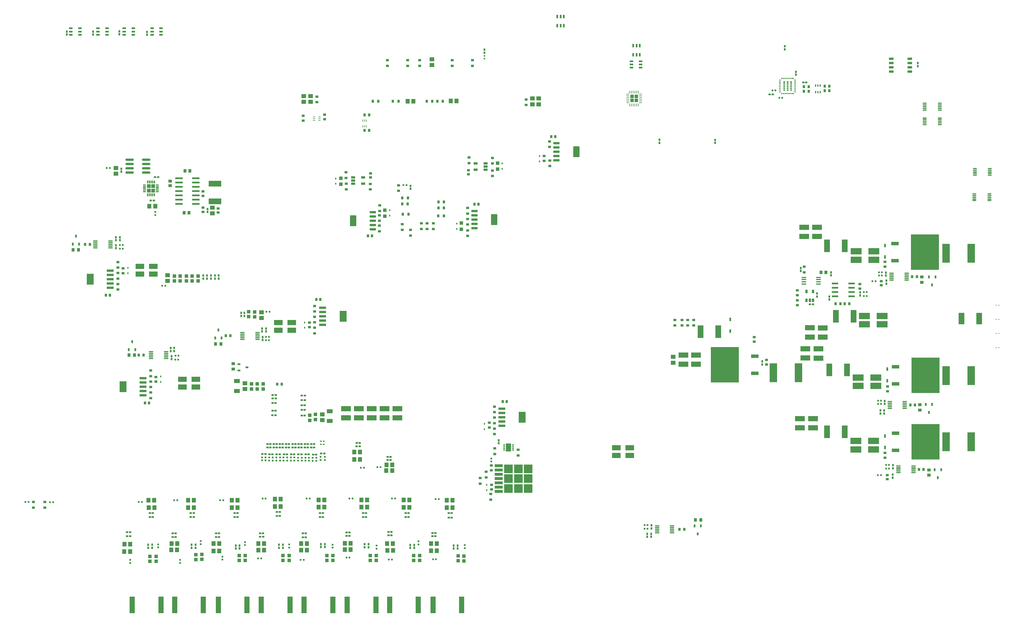
<source format=gbp>
G04*
G04 #@! TF.GenerationSoftware,Altium Limited,Altium Designer,20.2.6 (244)*
G04*
G04 Layer_Color=128*
%FSLAX25Y25*%
%MOIN*%
G70*
G04*
G04 #@! TF.SameCoordinates,C0FDDEC0-252B-4CE6-8BE1-5BCEE630C73E*
G04*
G04*
G04 #@! TF.FilePolarity,Positive*
G04*
G01*
G75*
%ADD39R,0.02598X0.02441*%
%ADD40R,0.02441X0.02598*%
%ADD42R,0.03543X0.02953*%
%ADD46R,0.03543X0.02756*%
%ADD47R,0.03740X0.03150*%
%ADD53R,0.03150X0.03740*%
%ADD56R,0.02362X0.02165*%
%ADD58R,0.02600X0.00900*%
%ADD59R,0.06299X0.19291*%
%ADD65R,0.04528X0.05512*%
%ADD68R,0.03937X0.04134*%
%ADD73R,0.02165X0.01772*%
%ADD77R,0.02323X0.02441*%
%ADD92R,0.02441X0.02323*%
%ADD98R,0.03740X0.02362*%
%ADD99R,0.02953X0.03543*%
%ADD102R,0.05512X0.04528*%
%ADD107R,0.03937X0.03543*%
%ADD109R,0.00100X0.00100*%
%ADD110R,0.02756X0.03543*%
%ADD111R,0.02165X0.02362*%
%ADD115R,0.03543X0.03937*%
%ADD116R,0.02362X0.03740*%
G04:AMPARAMS|DCode=296|XSize=43.31mil|YSize=23.62mil|CornerRadius=2.01mil|HoleSize=0mil|Usage=FLASHONLY|Rotation=90.000|XOffset=0mil|YOffset=0mil|HoleType=Round|Shape=RoundedRectangle|*
%AMROUNDEDRECTD296*
21,1,0.04331,0.01961,0,0,90.0*
21,1,0.03929,0.02362,0,0,90.0*
1,1,0.00402,0.00980,0.01965*
1,1,0.00402,0.00980,-0.01965*
1,1,0.00402,-0.00980,-0.01965*
1,1,0.00402,-0.00980,0.01965*
%
%ADD296ROUNDEDRECTD296*%
%ADD297R,0.10000X0.06100*%
%ADD298R,0.07800X0.02200*%
%ADD299R,0.05315X0.01575*%
%ADD300R,0.03543X0.04134*%
%ADD301R,0.12800X0.07500*%
%ADD302O,0.05315X0.01181*%
%ADD303R,0.07008X0.13780*%
%ADD304R,0.01968X0.03937*%
%ADD305R,0.00900X0.02600*%
%ADD306R,0.03740X0.02953*%
%ADD307R,0.02559X0.02165*%
%ADD308R,0.02559X0.02165*%
%ADD309R,0.02559X0.02165*%
%ADD310R,0.02559X0.02165*%
%ADD311R,0.09000X0.02400*%
%ADD312R,0.14567X0.06890*%
%ADD313R,0.04134X0.03543*%
%ADD314R,0.04331X0.04331*%
%ADD315R,0.32677X0.41732*%
%ADD316R,0.08661X0.04134*%
%ADD317R,0.11811X0.06496*%
%ADD318R,0.09055X0.22047*%
%ADD319R,0.02365X0.04375*%
%ADD320R,0.01417X0.00984*%
%ADD321R,0.09252X0.03543*%
%ADD324O,0.03740X0.00984*%
%ADD325O,0.00984X0.03740*%
%ADD327R,0.01181X0.01772*%
%ADD328R,0.01772X0.01181*%
%ADD329R,0.05709X0.02559*%
%ADD330R,0.06890X0.14567*%
G04:AMPARAMS|DCode=331|XSize=11.81mil|YSize=53.15mil|CornerRadius=1.95mil|HoleSize=0mil|Usage=FLASHONLY|Rotation=90.000|XOffset=0mil|YOffset=0mil|HoleType=Round|Shape=RoundedRectangle|*
%AMROUNDEDRECTD331*
21,1,0.01181,0.04925,0,0,90.0*
21,1,0.00791,0.05315,0,0,90.0*
1,1,0.00390,0.02463,0.00396*
1,1,0.00390,0.02463,-0.00396*
1,1,0.00390,-0.02463,-0.00396*
1,1,0.00390,-0.02463,0.00396*
%
%ADD331ROUNDEDRECTD331*%
G04:AMPARAMS|DCode=332|XSize=25.59mil|YSize=47.24mil|CornerRadius=1.92mil|HoleSize=0mil|Usage=FLASHONLY|Rotation=270.000|XOffset=0mil|YOffset=0mil|HoleType=Round|Shape=RoundedRectangle|*
%AMROUNDEDRECTD332*
21,1,0.02559,0.04341,0,0,270.0*
21,1,0.02175,0.04724,0,0,270.0*
1,1,0.00384,-0.02170,-0.01088*
1,1,0.00384,-0.02170,0.01088*
1,1,0.00384,0.02170,0.01088*
1,1,0.00384,0.02170,-0.01088*
%
%ADD332ROUNDEDRECTD332*%
G04:AMPARAMS|DCode=333|XSize=124.02mil|YSize=70.87mil|CornerRadius=2.13mil|HoleSize=0mil|Usage=FLASHONLY|Rotation=90.000|XOffset=0mil|YOffset=0mil|HoleType=Round|Shape=RoundedRectangle|*
%AMROUNDEDRECTD333*
21,1,0.12402,0.06661,0,0,90.0*
21,1,0.11976,0.07087,0,0,90.0*
1,1,0.00425,0.03331,0.05988*
1,1,0.00425,0.03331,-0.05988*
1,1,0.00425,-0.03331,-0.05988*
1,1,0.00425,-0.03331,0.05988*
%
%ADD333ROUNDEDRECTD333*%
G04:AMPARAMS|DCode=334|XSize=23.62mil|YSize=70.87mil|CornerRadius=2.01mil|HoleSize=0mil|Usage=FLASHONLY|Rotation=90.000|XOffset=0mil|YOffset=0mil|HoleType=Round|Shape=RoundedRectangle|*
%AMROUNDEDRECTD334*
21,1,0.02362,0.06685,0,0,90.0*
21,1,0.01961,0.07087,0,0,90.0*
1,1,0.00402,0.03343,0.00980*
1,1,0.00402,0.03343,-0.00980*
1,1,0.00402,-0.03343,-0.00980*
1,1,0.00402,-0.03343,0.00980*
%
%ADD334ROUNDEDRECTD334*%
%ADD335R,0.01575X0.02165*%
G04:AMPARAMS|DCode=336|XSize=23.62mil|YSize=82.68mil|CornerRadius=2.01mil|HoleSize=0mil|Usage=FLASHONLY|Rotation=90.000|XOffset=0mil|YOffset=0mil|HoleType=Round|Shape=RoundedRectangle|*
%AMROUNDEDRECTD336*
21,1,0.02362,0.07866,0,0,90.0*
21,1,0.01961,0.08268,0,0,90.0*
1,1,0.00402,0.03933,0.00980*
1,1,0.00402,0.03933,-0.00980*
1,1,0.00402,-0.03933,-0.00980*
1,1,0.00402,-0.03933,0.00980*
%
%ADD336ROUNDEDRECTD336*%
G04:AMPARAMS|DCode=337|XSize=125.98mil|YSize=82.68mil|CornerRadius=2.07mil|HoleSize=0mil|Usage=FLASHONLY|Rotation=90.000|XOffset=0mil|YOffset=0mil|HoleType=Round|Shape=RoundedRectangle|*
%AMROUNDEDRECTD337*
21,1,0.12598,0.07854,0,0,90.0*
21,1,0.12185,0.08268,0,0,90.0*
1,1,0.00413,0.03927,0.06093*
1,1,0.00413,0.03927,-0.06093*
1,1,0.00413,-0.03927,-0.06093*
1,1,0.00413,-0.03927,0.06093*
%
%ADD337ROUNDEDRECTD337*%
%ADD338R,0.03937X0.01968*%
%ADD339R,0.06378X0.09370*%
%ADD340R,0.02165X0.01378*%
%ADD341R,0.03937X0.04331*%
%ADD342R,0.01772X0.02953*%
%ADD343O,0.09843X0.02756*%
%ADD344R,0.01181X0.03562*%
%ADD345R,0.03562X0.01181*%
%ADD347R,0.08465X0.12598*%
%ADD348R,0.08465X0.02756*%
%ADD349R,0.06890X0.04528*%
%ADD395R,0.10354X0.10354*%
%ADD396R,0.04252X0.04252*%
%ADD397R,0.02362X0.01181*%
G36*
X159234Y598205D02*
Y593874D01*
X154903D01*
Y598205D01*
X159234D01*
D02*
G37*
G36*
Y603323D02*
Y598992D01*
X154903D01*
Y603323D01*
X159234D01*
D02*
G37*
G36*
X164352Y598205D02*
Y593874D01*
X160022D01*
Y598205D01*
X164352D01*
D02*
G37*
G36*
Y603323D02*
Y598992D01*
X160022D01*
Y603323D01*
X164352D01*
D02*
G37*
D39*
X932532Y463000D02*
D03*
X929068D02*
D03*
X167926Y611655D02*
D03*
X164462D02*
D03*
X159426Y584347D02*
D03*
X162891D02*
D03*
X924758Y722504D02*
D03*
X921294D02*
D03*
X882039Y708584D02*
D03*
X885503D02*
D03*
X358471Y288603D02*
D03*
X361935D02*
D03*
X435941Y284634D02*
D03*
X439405D02*
D03*
X403240Y297228D02*
D03*
X399775D02*
D03*
X435831Y280972D02*
D03*
X439296D02*
D03*
X403313Y300995D02*
D03*
X399849D02*
D03*
X348834Y287575D02*
D03*
X352299D02*
D03*
X340186Y287600D02*
D03*
X343650D02*
D03*
X331733Y287616D02*
D03*
X335197D02*
D03*
X323302Y287680D02*
D03*
X326766D02*
D03*
X314893D02*
D03*
X318358D02*
D03*
X306457Y287764D02*
D03*
X309922D02*
D03*
X297990Y287719D02*
D03*
X301455D02*
D03*
X289731Y287968D02*
D03*
X293195D02*
D03*
X491733Y195771D02*
D03*
X488269D02*
D03*
X440365Y193251D02*
D03*
X436901D02*
D03*
X391377Y192471D02*
D03*
X387912D02*
D03*
X340429Y195339D02*
D03*
X336965D02*
D03*
X290484Y195551D02*
D03*
X287020D02*
D03*
X239094Y191012D02*
D03*
X235630D02*
D03*
X188428Y191055D02*
D03*
X184964D02*
D03*
X135201Y196661D02*
D03*
X131736D02*
D03*
X507287Y219028D02*
D03*
X510752D02*
D03*
X456866Y218976D02*
D03*
X460331D02*
D03*
X407224Y219098D02*
D03*
X410689D02*
D03*
X356913Y214571D02*
D03*
X360378D02*
D03*
X306594Y215634D02*
D03*
X310059D02*
D03*
X257169Y219063D02*
D03*
X260634D02*
D03*
X206098Y214535D02*
D03*
X209562D02*
D03*
X158276D02*
D03*
X161740D02*
D03*
X491684Y191957D02*
D03*
X488220D02*
D03*
X440404Y197204D02*
D03*
X436939D02*
D03*
X391469Y196351D02*
D03*
X388005D02*
D03*
X340429Y190681D02*
D03*
X336965D02*
D03*
X290577Y191485D02*
D03*
X287112D02*
D03*
X239094Y195551D02*
D03*
X235630D02*
D03*
X188428Y195583D02*
D03*
X184964D02*
D03*
X135248Y192133D02*
D03*
X131783D02*
D03*
X507287Y213898D02*
D03*
X510752D02*
D03*
X456866Y214370D02*
D03*
X460331D02*
D03*
X407224Y214398D02*
D03*
X410689D02*
D03*
X356913Y219098D02*
D03*
X360378D02*
D03*
X306594Y220272D02*
D03*
X310059D02*
D03*
X257169Y214535D02*
D03*
X260634D02*
D03*
X206098Y219063D02*
D03*
X209562D02*
D03*
X158276D02*
D03*
X161740D02*
D03*
X335650Y345043D02*
D03*
X339114D02*
D03*
X335697Y350994D02*
D03*
X339161D02*
D03*
X335697Y356345D02*
D03*
X339161D02*
D03*
X335619Y333034D02*
D03*
X339084D02*
D03*
X335650Y339776D02*
D03*
X339114D02*
D03*
X305193Y353131D02*
D03*
X301728D02*
D03*
X304953Y333293D02*
D03*
X301489D02*
D03*
X304985Y338606D02*
D03*
X301520D02*
D03*
X305116Y347614D02*
D03*
X301651D02*
D03*
X305193Y357038D02*
D03*
X301728D02*
D03*
D40*
X918300Y505432D02*
D03*
Y501968D02*
D03*
X937467Y472130D02*
D03*
Y475595D02*
D03*
X987800Y473568D02*
D03*
Y477032D02*
D03*
X953600Y496968D02*
D03*
Y500432D02*
D03*
X753352Y655257D02*
D03*
Y651792D02*
D03*
X818321Y655219D02*
D03*
Y651755D02*
D03*
X225600Y571068D02*
D03*
Y574532D02*
D03*
X125038Y617983D02*
D03*
Y621448D02*
D03*
X155036Y777947D02*
D03*
Y781411D02*
D03*
X122673Y778634D02*
D03*
Y782099D02*
D03*
X92107Y778265D02*
D03*
Y781730D02*
D03*
X61386Y778312D02*
D03*
Y781777D02*
D03*
X951600Y468768D02*
D03*
Y472232D02*
D03*
X1018228Y487136D02*
D03*
Y490600D02*
D03*
X1025767Y260490D02*
D03*
Y263955D02*
D03*
X1025931Y274982D02*
D03*
Y271518D02*
D03*
X1017589Y500177D02*
D03*
Y496713D02*
D03*
X1055156Y741518D02*
D03*
Y744982D02*
D03*
X912753Y734821D02*
D03*
Y731356D02*
D03*
X899678Y761230D02*
D03*
Y764695D02*
D03*
X512972Y181087D02*
D03*
Y177622D02*
D03*
X466917Y181805D02*
D03*
Y178340D02*
D03*
X413619Y182709D02*
D03*
Y179244D02*
D03*
X362631Y182727D02*
D03*
Y179262D02*
D03*
X313687Y181953D02*
D03*
Y178488D02*
D03*
X258583Y181091D02*
D03*
Y177626D02*
D03*
X206952Y181972D02*
D03*
Y178508D02*
D03*
X156186Y181937D02*
D03*
Y178472D02*
D03*
X517583Y181087D02*
D03*
Y177622D02*
D03*
X462388Y181818D02*
D03*
Y178354D02*
D03*
X408878Y182709D02*
D03*
Y179244D02*
D03*
X357890Y182757D02*
D03*
Y179292D02*
D03*
X309025Y181953D02*
D03*
Y178488D02*
D03*
X263110Y181091D02*
D03*
Y177626D02*
D03*
X211544Y181972D02*
D03*
Y178508D02*
D03*
X160927Y181937D02*
D03*
Y178472D02*
D03*
X220593Y493182D02*
D03*
Y496647D02*
D03*
X225121Y493182D02*
D03*
Y496647D02*
D03*
X229650Y493182D02*
D03*
Y496647D02*
D03*
X234178Y493182D02*
D03*
Y496647D02*
D03*
X238785Y493182D02*
D03*
Y496647D02*
D03*
X265120Y453032D02*
D03*
Y449568D02*
D03*
X268800Y452932D02*
D03*
Y449468D02*
D03*
X118659Y541575D02*
D03*
Y538110D02*
D03*
X123188Y541516D02*
D03*
Y538052D02*
D03*
X289424Y434726D02*
D03*
Y431262D02*
D03*
X293953Y434726D02*
D03*
Y431262D02*
D03*
X118659Y528585D02*
D03*
Y532049D02*
D03*
X290010Y421283D02*
D03*
Y424747D02*
D03*
X739064Y191359D02*
D03*
Y194824D02*
D03*
X743593Y191344D02*
D03*
Y194808D02*
D03*
X744105Y204715D02*
D03*
Y201251D02*
D03*
X182520Y412006D02*
D03*
Y408542D02*
D03*
X186510Y411996D02*
D03*
Y408532D02*
D03*
X183608Y399064D02*
D03*
Y402529D02*
D03*
X462527Y597995D02*
D03*
Y601460D02*
D03*
X1011182Y335578D02*
D03*
Y339042D02*
D03*
X1015809Y335578D02*
D03*
Y339042D02*
D03*
X1016270Y350217D02*
D03*
Y346752D02*
D03*
X873474Y396348D02*
D03*
Y392884D02*
D03*
X565772Y304071D02*
D03*
Y300607D02*
D03*
X549000Y760599D02*
D03*
Y757135D02*
D03*
D42*
X238100Y575162D02*
D03*
Y570438D02*
D03*
X1012390Y485425D02*
D03*
Y490146D02*
D03*
X1019362Y258760D02*
D03*
Y263484D02*
D03*
X530244Y615116D02*
D03*
Y619840D02*
D03*
X416132Y616083D02*
D03*
Y611358D02*
D03*
D46*
X914451Y479356D02*
D03*
Y473844D02*
D03*
Y467756D02*
D03*
Y462244D02*
D03*
X987300Y486856D02*
D03*
Y481344D02*
D03*
X337241Y677801D02*
D03*
Y683313D02*
D03*
X127119Y505026D02*
D03*
Y499514D02*
D03*
X362278Y684838D02*
D03*
X362279Y679325D02*
D03*
X556938Y269239D02*
D03*
Y274751D02*
D03*
X557230Y246693D02*
D03*
Y252205D02*
D03*
X618715Y636271D02*
D03*
Y630759D02*
D03*
X863997Y424912D02*
D03*
X863997Y419400D02*
D03*
X1016732Y507087D02*
D03*
Y512598D02*
D03*
X1019685Y361417D02*
D03*
X1019685Y366929D02*
D03*
X1016658Y283886D02*
D03*
X1016658Y289397D02*
D03*
X165445Y372676D02*
D03*
Y378188D02*
D03*
X554622Y324586D02*
D03*
Y319074D02*
D03*
X344590Y441867D02*
D03*
X344589Y436355D02*
D03*
X878415Y398179D02*
D03*
Y392667D02*
D03*
D47*
X922408Y507048D02*
D03*
Y500552D02*
D03*
X625079Y653461D02*
D03*
X625079Y646963D02*
D03*
X597723Y702437D02*
D03*
Y695941D02*
D03*
X353221Y705762D02*
D03*
Y699266D02*
D03*
X35695Y231976D02*
D03*
Y225480D02*
D03*
X22439Y231976D02*
D03*
Y225482D02*
D03*
X459221Y741760D02*
D03*
Y748256D02*
D03*
X771459Y444754D02*
D03*
Y438258D02*
D03*
X448812Y602241D02*
D03*
Y595744D02*
D03*
X561131Y288248D02*
D03*
X561132Y294743D02*
D03*
X550835Y260893D02*
D03*
Y267389D02*
D03*
X543944Y259973D02*
D03*
Y253477D02*
D03*
X556189Y234815D02*
D03*
Y241311D02*
D03*
X159373Y360017D02*
D03*
Y353521D02*
D03*
X120999Y486847D02*
D03*
Y480350D02*
D03*
X588370Y292956D02*
D03*
Y286461D02*
D03*
X625278Y631206D02*
D03*
X625280Y624709D02*
D03*
X534850Y748256D02*
D03*
Y741760D02*
D03*
X435598Y748256D02*
D03*
Y741760D02*
D03*
X793373Y444752D02*
D03*
Y438256D02*
D03*
X786482Y444752D02*
D03*
Y438256D02*
D03*
X473390Y748256D02*
D03*
Y741760D02*
D03*
X779591Y444752D02*
D03*
Y438256D02*
D03*
X511193Y748257D02*
D03*
X511194Y741760D02*
D03*
X426290Y554927D02*
D03*
Y548431D02*
D03*
X529436Y569120D02*
D03*
Y575616D02*
D03*
X350693Y441938D02*
D03*
Y448434D02*
D03*
X120999Y499644D02*
D03*
Y493148D02*
D03*
X159248Y372814D02*
D03*
Y366318D02*
D03*
X560521Y324213D02*
D03*
Y330709D02*
D03*
X159313Y379114D02*
D03*
Y385610D02*
D03*
X560521Y337009D02*
D03*
X560520Y343505D02*
D03*
X560521Y317913D02*
D03*
X560520Y311417D02*
D03*
X558405Y634244D02*
D03*
Y627750D02*
D03*
X558405Y619522D02*
D03*
Y613026D02*
D03*
X387587Y604016D02*
D03*
Y597520D02*
D03*
X387410Y610827D02*
D03*
Y617323D02*
D03*
X350809Y454735D02*
D03*
Y461231D02*
D03*
X350693Y435638D02*
D03*
Y429142D02*
D03*
X426415Y567134D02*
D03*
Y560638D02*
D03*
X529388Y556323D02*
D03*
Y562819D02*
D03*
X426524Y572132D02*
D03*
Y578626D02*
D03*
X529437Y549557D02*
D03*
Y543061D02*
D03*
X120999Y505944D02*
D03*
Y512440D02*
D03*
X531008Y634721D02*
D03*
X531008Y628225D02*
D03*
X415544Y603779D02*
D03*
Y597283D02*
D03*
X453053Y550123D02*
D03*
X453051Y556619D02*
D03*
X489248Y551090D02*
D03*
Y557587D02*
D03*
X482125Y551090D02*
D03*
Y557587D02*
D03*
X462590Y543472D02*
D03*
X462590Y549968D02*
D03*
X475234Y551099D02*
D03*
Y557595D02*
D03*
D53*
X495323Y575761D02*
D03*
X501819Y575760D02*
D03*
X488106Y700382D02*
D03*
X481610D02*
D03*
X418508Y700410D02*
D03*
X425006D02*
D03*
X442012D02*
D03*
X448508D02*
D03*
X493985Y700382D02*
D03*
X500481D02*
D03*
X501559Y566480D02*
D03*
X495063Y566482D02*
D03*
X501819Y582704D02*
D03*
X495323D02*
D03*
X453050Y587356D02*
D03*
X459546D02*
D03*
X452881Y580368D02*
D03*
X459377D02*
D03*
X453738Y568463D02*
D03*
X460234D02*
D03*
D56*
X995291Y477445D02*
D03*
X991944D02*
D03*
X995291Y472917D02*
D03*
X991944D02*
D03*
X126633Y528016D02*
D03*
Y532545D02*
D03*
X297428Y421057D02*
D03*
X297455Y425142D02*
D03*
X736096Y200681D02*
D03*
X735928Y205210D02*
D03*
X739443Y200681D02*
D03*
X739274Y205210D02*
D03*
X885192Y713112D02*
D03*
X888539D02*
D03*
X893266Y704437D02*
D03*
X896613Y704438D02*
D03*
X1013110Y500581D02*
D03*
X1009764D02*
D03*
X1021304Y275529D02*
D03*
X1017957D02*
D03*
X1013110Y496585D02*
D03*
X1009764D02*
D03*
X1021304Y271000D02*
D03*
X1017957D02*
D03*
X294082Y421057D02*
D03*
X294109Y425142D02*
D03*
X123286Y528016D02*
D03*
Y532545D02*
D03*
X191472Y398449D02*
D03*
X188125D02*
D03*
X191512Y402983D02*
D03*
X188165D02*
D03*
X1008604Y350546D02*
D03*
X1011950D02*
D03*
X1008593Y346624D02*
D03*
X1011940D02*
D03*
D58*
X349971Y682161D02*
D03*
Y680193D02*
D03*
Y678224D02*
D03*
X356470D02*
D03*
Y680193D02*
D03*
Y682161D02*
D03*
D59*
X522432Y111876D02*
D03*
X488968D02*
D03*
X471732D02*
D03*
X438268D02*
D03*
X422232D02*
D03*
X388768D02*
D03*
X371832D02*
D03*
X338368D02*
D03*
X321932D02*
D03*
X288468D02*
D03*
X271732D02*
D03*
X238268D02*
D03*
X220732D02*
D03*
X187268D02*
D03*
X171248D02*
D03*
X137784D02*
D03*
D65*
X304381Y226827D02*
D03*
X311074D02*
D03*
X434488Y268878D02*
D03*
X441181D02*
D03*
X434604Y275354D02*
D03*
X441297D02*
D03*
X403559Y281840D02*
D03*
X396866D02*
D03*
X403559Y290518D02*
D03*
X396866D02*
D03*
X511661Y233988D02*
D03*
X504968D02*
D03*
X511661Y225524D02*
D03*
X504968D02*
D03*
X486657Y183417D02*
D03*
X493350D02*
D03*
X486657Y174937D02*
D03*
X493350D02*
D03*
X461390Y225850D02*
D03*
X454697D02*
D03*
X435280Y183429D02*
D03*
X441972D02*
D03*
X435502Y175386D02*
D03*
X442195Y175385D02*
D03*
X461390Y234315D02*
D03*
X454697D02*
D03*
X385961Y176347D02*
D03*
X392653Y176347D02*
D03*
X412028Y225972D02*
D03*
X405335D02*
D03*
X412028Y234437D02*
D03*
X405335D02*
D03*
X385961Y183736D02*
D03*
X392653D02*
D03*
X334972Y175776D02*
D03*
X341665D02*
D03*
X361858Y234437D02*
D03*
X355165D02*
D03*
X334980Y183492D02*
D03*
X341673D02*
D03*
X362075Y225972D02*
D03*
X355382D02*
D03*
X311074Y235295D02*
D03*
X304381D02*
D03*
X285130Y183496D02*
D03*
X291823D02*
D03*
X285130Y175779D02*
D03*
X291823Y175778D02*
D03*
X232720Y183346D02*
D03*
X239413D02*
D03*
X260547Y234028D02*
D03*
X253854D02*
D03*
X232720Y174882D02*
D03*
X239413D02*
D03*
X260673Y225563D02*
D03*
X253980D02*
D03*
X128472Y174134D02*
D03*
X135165D02*
D03*
X128557Y182602D02*
D03*
X135249Y182601D02*
D03*
X163610Y225563D02*
D03*
X156917D02*
D03*
X163488Y234028D02*
D03*
X156795D02*
D03*
X209646D02*
D03*
X202953D02*
D03*
X183543Y183346D02*
D03*
X190236D02*
D03*
X209646Y225563D02*
D03*
X202953D02*
D03*
X183330Y175932D02*
D03*
X190023D02*
D03*
X466110Y700410D02*
D03*
X459417D02*
D03*
X516232Y700622D02*
D03*
X509540D02*
D03*
X157800Y577630D02*
D03*
X164492D02*
D03*
D68*
X214608Y496232D02*
D03*
Y490327D02*
D03*
X207718Y496232D02*
D03*
X207717Y490327D02*
D03*
X200825Y496232D02*
D03*
X200826Y490327D02*
D03*
X193722Y496232D02*
D03*
X193723Y490327D02*
D03*
X186832Y496232D02*
D03*
Y490327D02*
D03*
X273806Y448651D02*
D03*
X273807Y454556D02*
D03*
X280574Y448341D02*
D03*
X280572Y454247D02*
D03*
X276913Y370064D02*
D03*
X276913Y364159D02*
D03*
X290697Y370064D02*
D03*
X290693Y364159D02*
D03*
X283804Y370064D02*
D03*
X283803Y364159D02*
D03*
X345078Y327466D02*
D03*
X345075Y333370D02*
D03*
X351701Y328449D02*
D03*
X351699Y334354D02*
D03*
D73*
X549000Y749968D02*
D03*
Y753512D02*
D03*
X361401Y302969D02*
D03*
Y299426D02*
D03*
X357840Y302969D02*
D03*
Y299426D02*
D03*
D77*
X16537Y232017D02*
D03*
X12954Y232016D02*
D03*
X111598Y622409D02*
D03*
X108015D02*
D03*
X427663Y272844D02*
D03*
X424081Y272843D02*
D03*
X1005534Y490106D02*
D03*
X1001951D02*
D03*
X488828Y165114D02*
D03*
X492410D02*
D03*
X492076Y235578D02*
D03*
X495659D02*
D03*
X437464Y164788D02*
D03*
X441047D02*
D03*
X440910Y236161D02*
D03*
X444493D02*
D03*
X387900Y166998D02*
D03*
X391482D02*
D03*
X391388Y236161D02*
D03*
X394970D02*
D03*
X334449Y164523D02*
D03*
X338032D02*
D03*
X341346Y236161D02*
D03*
X344928D02*
D03*
X284640Y166034D02*
D03*
X288223D02*
D03*
X289833Y236161D02*
D03*
X293415D02*
D03*
X240430Y234059D02*
D03*
X244013D02*
D03*
X186680D02*
D03*
X190263D02*
D03*
X1008359Y263390D02*
D03*
X1011942Y263391D02*
D03*
X45181Y231729D02*
D03*
X41597D02*
D03*
X148842Y232061D02*
D03*
X145259Y232063D02*
D03*
X294465Y454515D02*
D03*
X298048D02*
D03*
X176318Y484617D02*
D03*
X172736D02*
D03*
X408224Y272240D02*
D03*
X404641Y272239D02*
D03*
X454436Y602578D02*
D03*
X458018D02*
D03*
D92*
X362666Y281134D02*
D03*
Y284717D02*
D03*
X357531D02*
D03*
Y281134D02*
D03*
X352573Y280232D02*
D03*
Y283815D02*
D03*
X327027Y280336D02*
D03*
Y283919D02*
D03*
X318631Y280336D02*
D03*
Y283919D02*
D03*
X310199Y280420D02*
D03*
Y284003D02*
D03*
X293369Y280624D02*
D03*
Y284207D02*
D03*
X348399Y283815D02*
D03*
Y280232D02*
D03*
X339850Y283837D02*
D03*
Y280254D02*
D03*
X331417Y283855D02*
D03*
Y280273D02*
D03*
X322853Y283919D02*
D03*
Y280336D02*
D03*
X314456Y283919D02*
D03*
Y280336D02*
D03*
X306025Y284003D02*
D03*
Y280420D02*
D03*
X297614Y283958D02*
D03*
Y280376D02*
D03*
X289194Y284207D02*
D03*
Y280624D02*
D03*
X164492Y571007D02*
D03*
Y567424D02*
D03*
X525871Y181637D02*
D03*
Y178055D02*
D03*
X471854Y185947D02*
D03*
X471854Y182364D02*
D03*
X371804Y182181D02*
D03*
Y178599D02*
D03*
X423110Y181058D02*
D03*
X423112Y177475D02*
D03*
X320984Y182297D02*
D03*
X320984Y178714D02*
D03*
X269197Y185176D02*
D03*
X269197Y181593D02*
D03*
X217730Y182889D02*
D03*
X217728Y186472D02*
D03*
X167976Y182568D02*
D03*
X167975Y178985D02*
D03*
X242884Y164609D02*
D03*
Y168192D02*
D03*
X193630Y160898D02*
D03*
Y164480D02*
D03*
X135165D02*
D03*
Y160898D02*
D03*
X344024Y280254D02*
D03*
Y283837D02*
D03*
X335591Y280273D02*
D03*
Y283855D02*
D03*
X301789Y280376D02*
D03*
Y283958D02*
D03*
D98*
X271568Y389377D02*
D03*
X262315Y393117D02*
D03*
X262316Y385637D02*
D03*
D99*
X575044Y349361D02*
D03*
X570320D02*
D03*
X106880Y473906D02*
D03*
X111605D02*
D03*
X352688Y468631D02*
D03*
X357412Y468629D02*
D03*
X157442Y347893D02*
D03*
X152717D02*
D03*
X627075Y659142D02*
D03*
X631799D02*
D03*
X417745Y542996D02*
D03*
X413021D02*
D03*
X537410Y580005D02*
D03*
X542134D02*
D03*
D102*
X231405Y576147D02*
D03*
Y569455D02*
D03*
X604911Y703594D02*
D03*
Y696902D02*
D03*
X612453Y703594D02*
D03*
Y696902D02*
D03*
X345972Y706575D02*
D03*
Y699882D02*
D03*
X337993Y706575D02*
D03*
Y699882D02*
D03*
X487563Y742838D02*
D03*
Y749532D02*
D03*
X769412Y394901D02*
D03*
X769413Y401594D02*
D03*
X118646Y615717D02*
D03*
X118645Y622409D02*
D03*
X179155Y497031D02*
D03*
X179154Y490338D02*
D03*
X288630Y447181D02*
D03*
X288629Y453873D02*
D03*
X269211Y370742D02*
D03*
X269213Y364049D02*
D03*
X359591Y327803D02*
D03*
Y334496D02*
D03*
D107*
X1067982Y263281D02*
D03*
X1067983Y269580D02*
D03*
X1059614Y488787D02*
D03*
X1059614Y495086D02*
D03*
X1057309Y345853D02*
D03*
Y339554D02*
D03*
X255524Y393687D02*
D03*
Y387387D02*
D03*
D109*
X159628Y598598D02*
D03*
D110*
X969644Y463900D02*
D03*
X975156D02*
D03*
X959144D02*
D03*
X964656D02*
D03*
X246878Y426530D02*
D03*
X252390D02*
D03*
X946290Y717984D02*
D03*
X951801Y717984D02*
D03*
X776777Y200130D02*
D03*
X782289D02*
D03*
X946290Y712668D02*
D03*
X951801Y712668D02*
D03*
X922035Y717570D02*
D03*
X927547D02*
D03*
X927547Y712058D02*
D03*
X922035D02*
D03*
X1051674Y345397D02*
D03*
X1046162D02*
D03*
X1053905Y495422D02*
D03*
X1048393D02*
D03*
X1061760Y270163D02*
D03*
X1056248D02*
D03*
X408866Y666410D02*
D03*
X414378D02*
D03*
X408866Y684383D02*
D03*
X414378Y684382D02*
D03*
X306826Y369886D02*
D03*
X312338D02*
D03*
X82797Y533067D02*
D03*
X88309D02*
D03*
X145355Y403784D02*
D03*
X150867D02*
D03*
D111*
X556876Y282724D02*
D03*
Y279378D02*
D03*
D115*
X795387Y210964D02*
D03*
X801687D02*
D03*
X68673Y526589D02*
D03*
X74974D02*
D03*
X235142Y416890D02*
D03*
X241441D02*
D03*
X133878Y403666D02*
D03*
X140177D02*
D03*
D116*
X1071817Y485819D02*
D03*
X1075547Y495071D02*
D03*
X1068077D02*
D03*
X794217Y204159D02*
D03*
X801697D02*
D03*
X797957Y194907D02*
D03*
X1074728Y269682D02*
D03*
X1082210Y269681D02*
D03*
X1078470Y260430D02*
D03*
X1068002Y336684D02*
D03*
X1071742Y345936D02*
D03*
X1064262D02*
D03*
X72067Y542633D02*
D03*
X68328Y533381D02*
D03*
X75808D02*
D03*
X238289Y432935D02*
D03*
X234549Y423683D02*
D03*
X242029D02*
D03*
X137520Y419253D02*
D03*
X133779Y410001D02*
D03*
X141260D02*
D03*
D296*
X932595Y478035D02*
D03*
X925115D02*
D03*
Y467799D02*
D03*
X928855D02*
D03*
X932595D02*
D03*
D297*
X196236Y366550D02*
D03*
Y375450D02*
D03*
X211836D02*
D03*
Y366550D02*
D03*
X718633Y295450D02*
D03*
Y286550D02*
D03*
X703032D02*
D03*
Y295450D02*
D03*
X146700Y498550D02*
D03*
Y507450D02*
D03*
X162300D02*
D03*
Y498550D02*
D03*
X324072Y441750D02*
D03*
Y432850D02*
D03*
X308472D02*
D03*
Y441750D02*
D03*
D298*
X977700Y472500D02*
D03*
Y477500D02*
D03*
Y482500D02*
D03*
Y487500D02*
D03*
X958300D02*
D03*
Y482500D02*
D03*
Y477500D02*
D03*
Y472500D02*
D03*
D299*
X921935Y494539D02*
D03*
Y491980D02*
D03*
Y489421D02*
D03*
Y486861D02*
D03*
X938865D02*
D03*
Y489421D02*
D03*
Y491980D02*
D03*
Y494539D02*
D03*
D300*
X942080Y500581D02*
D03*
X947788D02*
D03*
X198344Y570147D02*
D03*
X203856D02*
D03*
X204898Y619195D02*
D03*
X199386D02*
D03*
D301*
X992650Y439650D02*
D03*
Y449550D02*
D03*
X1013350D02*
D03*
Y439650D02*
D03*
X982750Y293450D02*
D03*
Y303350D02*
D03*
X1003450D02*
D03*
Y293450D02*
D03*
X985450Y367650D02*
D03*
Y377550D02*
D03*
X1006150D02*
D03*
Y367650D02*
D03*
X983050Y515050D02*
D03*
Y524950D02*
D03*
X1003750D02*
D03*
Y515050D02*
D03*
D302*
X1121540Y613963D02*
D03*
Y615932D02*
D03*
Y617900D02*
D03*
Y619869D02*
D03*
Y621837D02*
D03*
X1139060Y613963D02*
D03*
Y615932D02*
D03*
Y617900D02*
D03*
Y619869D02*
D03*
Y621837D02*
D03*
X1121040Y584263D02*
D03*
Y586232D02*
D03*
Y588200D02*
D03*
Y590169D02*
D03*
Y592137D02*
D03*
X1138560Y584263D02*
D03*
Y586232D02*
D03*
Y588200D02*
D03*
Y590169D02*
D03*
Y592137D02*
D03*
X1063059Y673033D02*
D03*
Y675001D02*
D03*
Y676970D02*
D03*
Y678938D02*
D03*
Y680907D02*
D03*
X1080579Y673033D02*
D03*
Y675001D02*
D03*
Y676970D02*
D03*
Y678938D02*
D03*
Y680907D02*
D03*
X1063059Y690177D02*
D03*
Y692146D02*
D03*
Y694114D02*
D03*
Y696083D02*
D03*
Y698051D02*
D03*
X1080579Y690177D02*
D03*
Y692146D02*
D03*
Y694114D02*
D03*
Y696083D02*
D03*
Y698051D02*
D03*
D303*
X1126695Y446500D02*
D03*
X1106105D02*
D03*
D304*
X722760Y765315D02*
D03*
X726500D02*
D03*
X730240D02*
D03*
Y754685D02*
D03*
X726500D02*
D03*
X722760D02*
D03*
X641622Y788711D02*
D03*
X637882D02*
D03*
X634143D02*
D03*
X634142Y799341D02*
D03*
X637882D02*
D03*
X641622D02*
D03*
D305*
X406894Y677690D02*
D03*
X408862D02*
D03*
X410831D02*
D03*
Y671190D02*
D03*
X408862D02*
D03*
X406894D02*
D03*
D306*
X220200Y594959D02*
D03*
Y589841D02*
D03*
Y570941D02*
D03*
Y576059D02*
D03*
D307*
X349913Y295782D02*
D03*
Y299720D02*
D03*
X328192Y295782D02*
D03*
Y299720D02*
D03*
X320696Y295877D02*
D03*
Y299814D02*
D03*
X313456Y295877D02*
D03*
Y299814D02*
D03*
X298975Y295908D02*
D03*
Y299846D02*
D03*
X346527Y295782D02*
D03*
Y299720D02*
D03*
X324846Y295783D02*
D03*
Y299720D02*
D03*
X317310Y295877D02*
D03*
Y299814D02*
D03*
X310070Y295877D02*
D03*
Y299814D02*
D03*
X295590Y295899D02*
D03*
Y299836D02*
D03*
D308*
X342672Y295782D02*
D03*
Y299720D02*
D03*
X339286Y295782D02*
D03*
Y299720D02*
D03*
D309*
X335432Y295782D02*
D03*
Y299720D02*
D03*
X332046Y295782D02*
D03*
Y299720D02*
D03*
D310*
X306216Y295877D02*
D03*
Y299814D02*
D03*
X302830Y295877D02*
D03*
Y299814D02*
D03*
D311*
X192242Y610447D02*
D03*
Y605447D02*
D03*
Y600447D02*
D03*
Y595447D02*
D03*
Y590447D02*
D03*
Y585447D02*
D03*
Y580447D02*
D03*
X212042D02*
D03*
Y585447D02*
D03*
Y590447D02*
D03*
Y595447D02*
D03*
Y600447D02*
D03*
Y605447D02*
D03*
Y610447D02*
D03*
D312*
X234400Y583465D02*
D03*
Y604135D02*
D03*
D313*
X181889Y607156D02*
D03*
Y601644D02*
D03*
D314*
X564235Y628208D02*
D03*
Y621121D02*
D03*
X381306Y610568D02*
D03*
Y603481D02*
D03*
X521887Y550873D02*
D03*
Y557959D02*
D03*
X432670Y573112D02*
D03*
Y566025D02*
D03*
D315*
X1063933Y380170D02*
D03*
X829558Y392570D02*
D03*
X1063274Y524018D02*
D03*
X1063933Y302476D02*
D03*
D316*
X1028894Y390170D02*
D03*
Y370170D02*
D03*
X864597Y382570D02*
D03*
Y402570D02*
D03*
X1028234Y534018D02*
D03*
Y514018D02*
D03*
X1028894Y312476D02*
D03*
Y292476D02*
D03*
D317*
X922408Y553221D02*
D03*
Y542394D02*
D03*
X923736Y411102D02*
D03*
Y400276D02*
D03*
X917439Y329449D02*
D03*
Y318622D02*
D03*
X781252Y392996D02*
D03*
Y403823D02*
D03*
X417361Y330365D02*
D03*
Y341192D02*
D03*
X447316Y330365D02*
D03*
Y341192D02*
D03*
X937467Y553177D02*
D03*
Y542350D02*
D03*
X938854Y411008D02*
D03*
Y400181D02*
D03*
X932556Y329449D02*
D03*
Y318622D02*
D03*
X387406Y330365D02*
D03*
Y341192D02*
D03*
X402384Y330365D02*
D03*
Y341192D02*
D03*
X796122Y392996D02*
D03*
Y403823D02*
D03*
X432339Y330365D02*
D03*
Y341192D02*
D03*
X928855Y435644D02*
D03*
Y424818D02*
D03*
X943950Y435527D02*
D03*
Y424700D02*
D03*
D318*
X915601Y383131D02*
D03*
X886467D02*
D03*
X1088130Y302330D02*
D03*
X1117264D02*
D03*
X1088130Y522803D02*
D03*
X1117264D02*
D03*
Y379780D02*
D03*
X1088130D02*
D03*
D319*
X1016658Y309234D02*
D03*
Y295651D02*
D03*
X1019232Y387356D02*
D03*
Y373773D02*
D03*
X1016658Y531903D02*
D03*
Y518320D02*
D03*
X836024Y431870D02*
D03*
Y445453D02*
D03*
D320*
X1146410Y462002D02*
D03*
X1149717D02*
D03*
Y445466D02*
D03*
X1146410D02*
D03*
X1149717Y428931D02*
D03*
X1146410D02*
D03*
X1149717Y412395D02*
D03*
X1146410D02*
D03*
D321*
X565813Y244434D02*
D03*
Y249434D02*
D03*
Y254434D02*
D03*
Y259435D02*
D03*
Y264435D02*
D03*
Y269434D02*
D03*
Y274434D02*
D03*
D324*
X731224Y698778D02*
D03*
Y700747D02*
D03*
Y702715D02*
D03*
Y704684D02*
D03*
Y706652D02*
D03*
Y708621D02*
D03*
X716264D02*
D03*
Y706652D02*
D03*
Y704684D02*
D03*
Y702715D02*
D03*
Y700747D02*
D03*
Y698778D02*
D03*
D325*
X728665Y711180D02*
D03*
X726697D02*
D03*
X724728D02*
D03*
X722760D02*
D03*
X720791D02*
D03*
X718823D02*
D03*
Y696219D02*
D03*
X720791D02*
D03*
X722760D02*
D03*
X724728D02*
D03*
X726697D02*
D03*
X728665D02*
D03*
D327*
X896016Y709547D02*
D03*
X897984D02*
D03*
X899953D02*
D03*
X901921D02*
D03*
X903890D02*
D03*
X905858D02*
D03*
X907827D02*
D03*
X909795D02*
D03*
Y727067D02*
D03*
X907827D02*
D03*
X905858D02*
D03*
X903890D02*
D03*
X901921D02*
D03*
X899953D02*
D03*
X897984D02*
D03*
X896016D02*
D03*
D328*
X911665Y711417D02*
D03*
Y713386D02*
D03*
Y715354D02*
D03*
Y717323D02*
D03*
Y719291D02*
D03*
Y721260D02*
D03*
Y723228D02*
D03*
Y725197D02*
D03*
X894146D02*
D03*
Y723228D02*
D03*
Y721260D02*
D03*
Y719291D02*
D03*
Y717323D02*
D03*
Y715354D02*
D03*
Y713386D02*
D03*
Y711417D02*
D03*
D329*
X1024103Y734923D02*
D03*
Y739923D02*
D03*
Y744923D02*
D03*
Y749923D02*
D03*
X1045560Y734923D02*
D03*
Y739923D02*
D03*
Y744923D02*
D03*
Y749923D02*
D03*
D330*
X969677Y531355D02*
D03*
X949008D02*
D03*
X969530Y314233D02*
D03*
X948860D02*
D03*
X822010Y430924D02*
D03*
X801341D02*
D03*
X959165Y449000D02*
D03*
X979835D02*
D03*
X972285Y386350D02*
D03*
X951615D02*
D03*
D331*
X1041994Y491406D02*
D03*
Y493375D02*
D03*
Y495343D02*
D03*
Y497312D02*
D03*
X1024475Y491406D02*
D03*
Y493375D02*
D03*
Y495343D02*
D03*
Y497312D02*
D03*
X1041994Y499280D02*
D03*
X1024475D02*
D03*
X750578Y204069D02*
D03*
X768098D02*
D03*
X750578Y202100D02*
D03*
Y200132D02*
D03*
Y198163D02*
D03*
Y196195D02*
D03*
X768098Y202100D02*
D03*
Y200130D02*
D03*
Y198163D02*
D03*
Y196195D02*
D03*
X1039727Y341460D02*
D03*
Y343429D02*
D03*
Y345397D02*
D03*
Y347366D02*
D03*
X1022207Y341460D02*
D03*
Y343429D02*
D03*
Y345397D02*
D03*
Y347366D02*
D03*
X1039727Y349335D02*
D03*
X1022207D02*
D03*
X1049849Y266344D02*
D03*
Y268313D02*
D03*
Y270282D02*
D03*
Y272250D02*
D03*
X1032330Y266344D02*
D03*
Y268313D02*
D03*
Y270282D02*
D03*
Y272250D02*
D03*
X1049850Y274220D02*
D03*
X1032330Y274219D02*
D03*
X112261Y529134D02*
D03*
X94741D02*
D03*
X112261Y531102D02*
D03*
Y533071D02*
D03*
Y535039D02*
D03*
Y537008D02*
D03*
X94741Y531102D02*
D03*
Y533071D02*
D03*
Y535039D02*
D03*
Y537008D02*
D03*
X283914Y422184D02*
D03*
X266394D02*
D03*
X283914Y424153D02*
D03*
Y426121D02*
D03*
Y428090D02*
D03*
Y430058D02*
D03*
X266394Y424153D02*
D03*
Y426121D02*
D03*
Y428090D02*
D03*
Y430058D02*
D03*
X159690Y407619D02*
D03*
Y405651D02*
D03*
Y403682D02*
D03*
Y401714D02*
D03*
X177209Y407619D02*
D03*
Y405651D02*
D03*
Y403682D02*
D03*
Y401714D02*
D03*
X159690Y399745D02*
D03*
X177209D02*
D03*
D332*
X407371Y604086D02*
D03*
Y611567D02*
D03*
X395757D02*
D03*
Y607827D02*
D03*
Y604086D02*
D03*
X538621Y627848D02*
D03*
Y620368D02*
D03*
X550235D02*
D03*
Y624108D02*
D03*
Y627848D02*
D03*
D333*
X395540Y560910D02*
D03*
X656185Y641423D02*
D03*
X560343Y562091D02*
D03*
D334*
X418572Y550910D02*
D03*
Y555910D02*
D03*
Y560910D02*
D03*
Y565910D02*
D03*
Y570910D02*
D03*
X633153Y631423D02*
D03*
Y636423D02*
D03*
Y641421D02*
D03*
Y646423D02*
D03*
Y651423D02*
D03*
X537312Y552091D02*
D03*
Y557091D02*
D03*
Y562091D02*
D03*
Y567091D02*
D03*
Y572091D02*
D03*
D335*
X551717Y252178D02*
D03*
Y245879D02*
D03*
X613202Y630237D02*
D03*
Y636536D02*
D03*
X569640Y621452D02*
D03*
Y627751D02*
D03*
X375270Y610242D02*
D03*
Y603942D02*
D03*
X516603Y550958D02*
D03*
Y557257D02*
D03*
X438183Y573110D02*
D03*
Y566811D02*
D03*
X132615Y505656D02*
D03*
X132614Y499358D02*
D03*
X339076Y435598D02*
D03*
Y441897D02*
D03*
X549109Y317046D02*
D03*
X549107Y323346D02*
D03*
X170958Y378718D02*
D03*
Y372419D02*
D03*
D336*
X150273Y376750D02*
D03*
Y371750D02*
D03*
Y366750D02*
D03*
Y361750D02*
D03*
Y356750D02*
D03*
X112041Y502411D02*
D03*
Y497411D02*
D03*
Y492410D02*
D03*
Y487411D02*
D03*
Y482411D02*
D03*
X569479Y341150D02*
D03*
Y336150D02*
D03*
Y331150D02*
D03*
Y326150D02*
D03*
Y321150D02*
D03*
D337*
X126848Y366750D02*
D03*
X88616Y492411D02*
D03*
X592904Y331150D02*
D03*
D338*
X65952Y785626D02*
D03*
Y781886D02*
D03*
Y778146D02*
D03*
X76581Y778146D02*
D03*
Y781886D02*
D03*
Y785626D02*
D03*
X108450Y785641D02*
D03*
Y781901D02*
D03*
Y778161D02*
D03*
X97821D02*
D03*
Y781901D02*
D03*
Y785641D02*
D03*
X139116Y785652D02*
D03*
Y781912D02*
D03*
Y778172D02*
D03*
X128486Y778173D02*
D03*
Y781912D02*
D03*
Y785653D02*
D03*
X171470Y785634D02*
D03*
Y781894D02*
D03*
Y778154D02*
D03*
X160840D02*
D03*
Y781894D02*
D03*
Y785634D02*
D03*
X731244Y747244D02*
D03*
Y743504D02*
D03*
Y739764D02*
D03*
X720614D02*
D03*
Y743504D02*
D03*
Y747244D02*
D03*
D339*
X577113Y295680D02*
D03*
D340*
X582172Y298633D02*
D03*
Y296665D02*
D03*
Y294696D02*
D03*
Y292728D02*
D03*
X572054Y298633D02*
D03*
Y296665D02*
D03*
Y294696D02*
D03*
Y292728D02*
D03*
D341*
X525087Y163209D02*
D03*
Y168917D02*
D03*
X518180Y163514D02*
D03*
Y169223D02*
D03*
X466272Y163858D02*
D03*
Y169567D02*
D03*
X473374Y163858D02*
D03*
X473375Y169567D02*
D03*
X415697Y163858D02*
D03*
X415696Y169567D02*
D03*
X422799Y163858D02*
D03*
Y169567D02*
D03*
X364854Y163858D02*
D03*
X364853Y169567D02*
D03*
X371957Y163858D02*
D03*
Y169567D02*
D03*
X320905Y163858D02*
D03*
X320906Y169567D02*
D03*
X313803Y163608D02*
D03*
X313802Y169316D02*
D03*
X269823Y163811D02*
D03*
Y169520D02*
D03*
X262720Y163811D02*
D03*
Y169520D02*
D03*
X158401Y168294D02*
D03*
X158402Y162587D02*
D03*
X165504Y168295D02*
D03*
Y162587D02*
D03*
X211827Y164830D02*
D03*
X211828Y170539D02*
D03*
X218894Y164941D02*
D03*
Y170650D02*
D03*
D342*
X935814Y711152D02*
D03*
X938373D02*
D03*
X940933D02*
D03*
X940932Y718632D02*
D03*
X938373D02*
D03*
X935814D02*
D03*
D343*
X134685Y617067D02*
D03*
Y622067D02*
D03*
Y627067D02*
D03*
Y632067D02*
D03*
X153976Y617067D02*
D03*
Y622067D02*
D03*
Y627067D02*
D03*
Y632067D02*
D03*
D344*
X163565Y591109D02*
D03*
X161596D02*
D03*
X159628D02*
D03*
X157659D02*
D03*
X155691D02*
D03*
Y606088D02*
D03*
X157659D02*
D03*
X159628D02*
D03*
X161596D02*
D03*
X163565D02*
D03*
D345*
X152138Y594661D02*
D03*
Y596630D02*
D03*
Y598598D02*
D03*
Y600567D02*
D03*
Y602535D02*
D03*
X167118D02*
D03*
Y600567D02*
D03*
Y598598D02*
D03*
Y596630D02*
D03*
Y594661D02*
D03*
D347*
X383919Y449033D02*
D03*
D348*
X360100Y459033D02*
D03*
Y454033D02*
D03*
Y449031D02*
D03*
Y444033D02*
D03*
Y439033D02*
D03*
D349*
X259925Y361863D02*
D03*
Y373279D02*
D03*
X368476Y338144D02*
D03*
X368476Y326727D02*
D03*
D395*
X588608Y270828D02*
D03*
X577068Y270829D02*
D03*
X588607Y259289D02*
D03*
X577068Y259289D02*
D03*
X577068Y247750D02*
D03*
X588608Y247750D02*
D03*
X600147Y270829D02*
D03*
X600147Y259289D02*
D03*
X600147Y247750D02*
D03*
D396*
X726224Y701259D02*
D03*
Y706141D02*
D03*
X721343Y701259D02*
D03*
Y706141D02*
D03*
D397*
X898993Y713378D02*
D03*
X898993Y715342D02*
D03*
X898994Y717315D02*
D03*
X898994Y719283D02*
D03*
Y721252D02*
D03*
Y723220D02*
D03*
X902935Y713378D02*
D03*
X906876Y713378D02*
D03*
X902935Y723220D02*
D03*
Y721252D02*
D03*
Y719283D02*
D03*
X902935Y717315D02*
D03*
Y715342D02*
D03*
X906876Y723220D02*
D03*
Y721252D02*
D03*
Y719283D02*
D03*
X906876Y717315D02*
D03*
Y715342D02*
D03*
M02*

</source>
